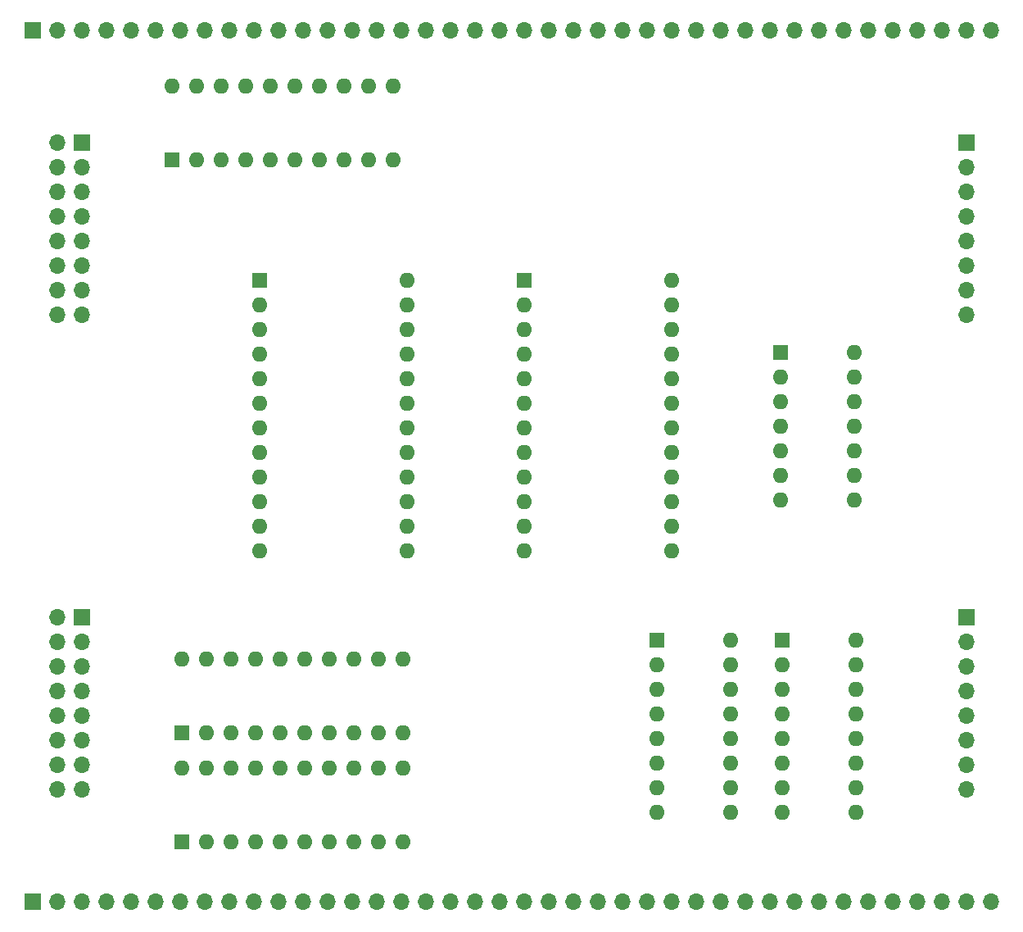
<source format=gbs>
G04 #@! TF.GenerationSoftware,KiCad,Pcbnew,(5.1.9)-1*
G04 #@! TF.CreationDate,2021-11-21T15:31:06-05:00*
G04 #@! TF.ProjectId,alu,616c752e-6b69-4636-9164-5f7063625858,1.0*
G04 #@! TF.SameCoordinates,Original*
G04 #@! TF.FileFunction,Soldermask,Bot*
G04 #@! TF.FilePolarity,Negative*
%FSLAX46Y46*%
G04 Gerber Fmt 4.6, Leading zero omitted, Abs format (unit mm)*
G04 Created by KiCad (PCBNEW (5.1.9)-1) date 2021-11-21 15:31:06*
%MOMM*%
%LPD*%
G01*
G04 APERTURE LIST*
%ADD10O,1.700000X1.700000*%
%ADD11R,1.700000X1.700000*%
%ADD12O,1.600000X1.600000*%
%ADD13R,1.600000X1.600000*%
G04 APERTURE END LIST*
D10*
X88960000Y-75380000D03*
X91500000Y-75380000D03*
X88960000Y-72840000D03*
X91500000Y-72840000D03*
X88960000Y-70300000D03*
X91500000Y-70300000D03*
X88960000Y-67760000D03*
X91500000Y-67760000D03*
X88960000Y-65220000D03*
X91500000Y-65220000D03*
X88960000Y-62680000D03*
X91500000Y-62680000D03*
X88960000Y-60140000D03*
X91500000Y-60140000D03*
X88960000Y-57600000D03*
D11*
X91500000Y-57600000D03*
D10*
X182900000Y-75380000D03*
X182900000Y-72840000D03*
X182900000Y-70300000D03*
X182900000Y-67760000D03*
X182900000Y-65220000D03*
X182900000Y-62680000D03*
X182900000Y-60140000D03*
D11*
X182900000Y-57600000D03*
D12*
X125140000Y-71800000D03*
X109900000Y-99740000D03*
X125140000Y-74340000D03*
X109900000Y-97200000D03*
X125140000Y-76880000D03*
X109900000Y-94660000D03*
X125140000Y-79420000D03*
X109900000Y-92120000D03*
X125140000Y-81960000D03*
X109900000Y-89580000D03*
X125140000Y-84500000D03*
X109900000Y-87040000D03*
X125140000Y-87040000D03*
X109900000Y-84500000D03*
X125140000Y-89580000D03*
X109900000Y-81960000D03*
X125140000Y-92120000D03*
X109900000Y-79420000D03*
X125140000Y-94660000D03*
X109900000Y-76880000D03*
X125140000Y-97200000D03*
X109900000Y-74340000D03*
X125140000Y-99740000D03*
D13*
X109900000Y-71800000D03*
D10*
X182900000Y-124380000D03*
X182900000Y-121840000D03*
X182900000Y-119300000D03*
X182900000Y-116760000D03*
X182900000Y-114220000D03*
X182900000Y-111680000D03*
X182900000Y-109140000D03*
D11*
X182900000Y-106600000D03*
D12*
X100800000Y-51780000D03*
X123660000Y-59400000D03*
X103340000Y-51780000D03*
X121120000Y-59400000D03*
X105880000Y-51780000D03*
X118580000Y-59400000D03*
X108420000Y-51780000D03*
X116040000Y-59400000D03*
X110960000Y-51780000D03*
X113500000Y-59400000D03*
X113500000Y-51780000D03*
X110960000Y-59400000D03*
X116040000Y-51780000D03*
X108420000Y-59400000D03*
X118580000Y-51780000D03*
X105880000Y-59400000D03*
X121120000Y-51780000D03*
X103340000Y-59400000D03*
X123660000Y-51780000D03*
D13*
X100800000Y-59400000D03*
D12*
X101800000Y-110980000D03*
X124660000Y-118600000D03*
X104340000Y-110980000D03*
X122120000Y-118600000D03*
X106880000Y-110980000D03*
X119580000Y-118600000D03*
X109420000Y-110980000D03*
X117040000Y-118600000D03*
X111960000Y-110980000D03*
X114500000Y-118600000D03*
X114500000Y-110980000D03*
X111960000Y-118600000D03*
X117040000Y-110980000D03*
X109420000Y-118600000D03*
X119580000Y-110980000D03*
X106880000Y-118600000D03*
X122120000Y-110980000D03*
X104340000Y-118600000D03*
X124660000Y-110980000D03*
D13*
X101800000Y-118600000D03*
D12*
X152440000Y-71800000D03*
X137200000Y-99740000D03*
X152440000Y-74340000D03*
X137200000Y-97200000D03*
X152440000Y-76880000D03*
X137200000Y-94660000D03*
X152440000Y-79420000D03*
X137200000Y-92120000D03*
X152440000Y-81960000D03*
X137200000Y-89580000D03*
X152440000Y-84500000D03*
X137200000Y-87040000D03*
X152440000Y-87040000D03*
X137200000Y-84500000D03*
X152440000Y-89580000D03*
X137200000Y-81960000D03*
X152440000Y-92120000D03*
X137200000Y-79420000D03*
X152440000Y-94660000D03*
X137200000Y-76880000D03*
X152440000Y-97200000D03*
X137200000Y-74340000D03*
X152440000Y-99740000D03*
D13*
X137200000Y-71800000D03*
D12*
X101800000Y-122180000D03*
X124660000Y-129800000D03*
X104340000Y-122180000D03*
X122120000Y-129800000D03*
X106880000Y-122180000D03*
X119580000Y-129800000D03*
X109420000Y-122180000D03*
X117040000Y-129800000D03*
X111960000Y-122180000D03*
X114500000Y-129800000D03*
X114500000Y-122180000D03*
X111960000Y-129800000D03*
X117040000Y-122180000D03*
X109420000Y-129800000D03*
X119580000Y-122180000D03*
X106880000Y-129800000D03*
X122120000Y-122180000D03*
X104340000Y-129800000D03*
X124660000Y-122180000D03*
D13*
X101800000Y-129800000D03*
D12*
X171520000Y-109000000D03*
X163900000Y-126780000D03*
X171520000Y-111540000D03*
X163900000Y-124240000D03*
X171520000Y-114080000D03*
X163900000Y-121700000D03*
X171520000Y-116620000D03*
X163900000Y-119160000D03*
X171520000Y-119160000D03*
X163900000Y-116620000D03*
X171520000Y-121700000D03*
X163900000Y-114080000D03*
X171520000Y-124240000D03*
X163900000Y-111540000D03*
X171520000Y-126780000D03*
D13*
X163900000Y-109000000D03*
D12*
X158520000Y-109000000D03*
X150900000Y-126780000D03*
X158520000Y-111540000D03*
X150900000Y-124240000D03*
X158520000Y-114080000D03*
X150900000Y-121700000D03*
X158520000Y-116620000D03*
X150900000Y-119160000D03*
X158520000Y-119160000D03*
X150900000Y-116620000D03*
X158520000Y-121700000D03*
X150900000Y-114080000D03*
X158520000Y-124240000D03*
X150900000Y-111540000D03*
X158520000Y-126780000D03*
D13*
X150900000Y-109000000D03*
D12*
X171320000Y-79300000D03*
X163700000Y-94540000D03*
X171320000Y-81840000D03*
X163700000Y-92000000D03*
X171320000Y-84380000D03*
X163700000Y-89460000D03*
X171320000Y-86920000D03*
X163700000Y-86920000D03*
X171320000Y-89460000D03*
X163700000Y-84380000D03*
X171320000Y-92000000D03*
X163700000Y-81840000D03*
X171320000Y-94540000D03*
D13*
X163700000Y-79300000D03*
D10*
X88990000Y-124380000D03*
X91530000Y-124380000D03*
X88990000Y-121840000D03*
X91530000Y-121840000D03*
X88990000Y-119300000D03*
X91530000Y-119300000D03*
X88990000Y-116760000D03*
X91530000Y-116760000D03*
X88990000Y-114220000D03*
X91530000Y-114220000D03*
X88990000Y-111680000D03*
X91530000Y-111680000D03*
X88990000Y-109140000D03*
X91530000Y-109140000D03*
X88990000Y-106600000D03*
D11*
X91530000Y-106600000D03*
D10*
X185460000Y-136000000D03*
X182920000Y-136000000D03*
X180380000Y-136000000D03*
X177840000Y-136000000D03*
X175300000Y-136000000D03*
X172760000Y-136000000D03*
X170220000Y-136000000D03*
X167680000Y-136000000D03*
X165140000Y-136000000D03*
X162600000Y-136000000D03*
X160060000Y-136000000D03*
X157520000Y-136000000D03*
X154980000Y-136000000D03*
X152440000Y-136000000D03*
X149900000Y-136000000D03*
X147360000Y-136000000D03*
X144820000Y-136000000D03*
X142280000Y-136000000D03*
X139740000Y-136000000D03*
X137200000Y-136000000D03*
X134660000Y-136000000D03*
X132120000Y-136000000D03*
X129580000Y-136000000D03*
X127040000Y-136000000D03*
X124500000Y-136000000D03*
X121960000Y-136000000D03*
X119420000Y-136000000D03*
X116880000Y-136000000D03*
X114340000Y-136000000D03*
X111800000Y-136000000D03*
X109260000Y-136000000D03*
X106720000Y-136000000D03*
X104180000Y-136000000D03*
X101640000Y-136000000D03*
X99100000Y-136000000D03*
X96560000Y-136000000D03*
X94020000Y-136000000D03*
X91480000Y-136000000D03*
X88940000Y-136000000D03*
D11*
X86400000Y-136000000D03*
D10*
X185460000Y-46000000D03*
X182920000Y-46000000D03*
X180380000Y-46000000D03*
X177840000Y-46000000D03*
X175300000Y-46000000D03*
X172760000Y-46000000D03*
X170220000Y-46000000D03*
X167680000Y-46000000D03*
X165140000Y-46000000D03*
X162600000Y-46000000D03*
X160060000Y-46000000D03*
X157520000Y-46000000D03*
X154980000Y-46000000D03*
X152440000Y-46000000D03*
X149900000Y-46000000D03*
X147360000Y-46000000D03*
X144820000Y-46000000D03*
X142280000Y-46000000D03*
X139740000Y-46000000D03*
X137200000Y-46000000D03*
X134660000Y-46000000D03*
X132120000Y-46000000D03*
X129580000Y-46000000D03*
X127040000Y-46000000D03*
X124500000Y-46000000D03*
X121960000Y-46000000D03*
X119420000Y-46000000D03*
X116880000Y-46000000D03*
X114340000Y-46000000D03*
X111800000Y-46000000D03*
X109260000Y-46000000D03*
X106720000Y-46000000D03*
X104180000Y-46000000D03*
X101640000Y-46000000D03*
X99100000Y-46000000D03*
X96560000Y-46000000D03*
X94020000Y-46000000D03*
X91480000Y-46000000D03*
X88940000Y-46000000D03*
D11*
X86400000Y-46000000D03*
M02*

</source>
